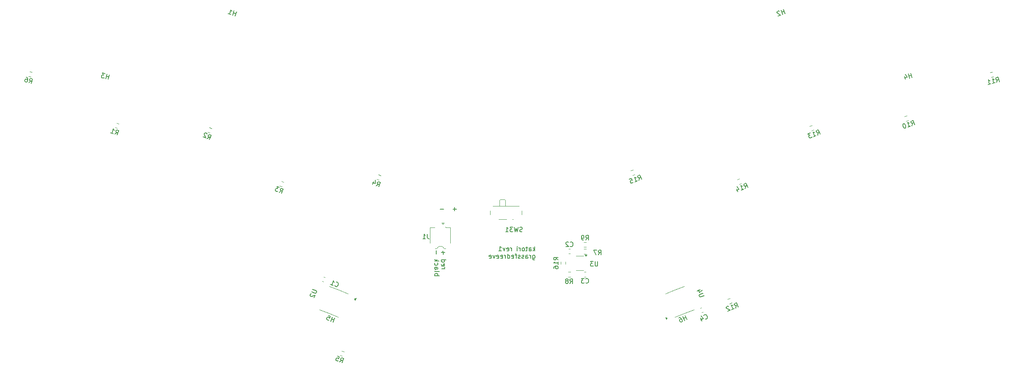
<source format=gbr>
%TF.GenerationSoftware,KiCad,Pcbnew,8.0.6-1.fc41*%
%TF.CreationDate,2024-11-30T15:40:15+11:00*%
%TF.ProjectId,katori,6b61746f-7269-42e6-9b69-6361645f7063,0.1*%
%TF.SameCoordinates,Original*%
%TF.FileFunction,Legend,Bot*%
%TF.FilePolarity,Positive*%
%FSLAX46Y46*%
G04 Gerber Fmt 4.6, Leading zero omitted, Abs format (unit mm)*
G04 Created by KiCad (PCBNEW 8.0.6-1.fc41) date 2024-11-30 15:40:15*
%MOMM*%
%LPD*%
G01*
G04 APERTURE LIST*
%ADD10C,0.150000*%
%ADD11C,0.120000*%
G04 APERTURE END LIST*
D10*
X145203570Y-119584288D02*
X145870135Y-119572653D01*
X145679688Y-119575977D02*
X145774080Y-119526703D01*
X145774080Y-119526703D02*
X145820861Y-119478260D01*
X145820861Y-119478260D02*
X145866811Y-119382205D01*
X145866811Y-119382205D02*
X145865149Y-119286982D01*
X145233729Y-118583608D02*
X145187780Y-118679663D01*
X145187780Y-118679663D02*
X145191104Y-118870110D01*
X145191104Y-118870110D02*
X145240378Y-118964503D01*
X145240378Y-118964503D02*
X145336433Y-119010452D01*
X145336433Y-119010452D02*
X145717327Y-119003804D01*
X145717327Y-119003804D02*
X145811719Y-118954530D01*
X145811719Y-118954530D02*
X145857669Y-118858475D01*
X145857669Y-118858475D02*
X145854345Y-118668028D01*
X145854345Y-118668028D02*
X145805071Y-118573636D01*
X145805071Y-118573636D02*
X145709016Y-118527686D01*
X145709016Y-118527686D02*
X145613793Y-118529348D01*
X145613793Y-118529348D02*
X145526880Y-119007128D01*
X145170327Y-117679815D02*
X146170175Y-117662363D01*
X145217939Y-117678984D02*
X145171989Y-117775039D01*
X145171989Y-117775039D02*
X145175314Y-117965486D01*
X145175314Y-117965486D02*
X145224588Y-118059879D01*
X145224588Y-118059879D02*
X145273031Y-118106659D01*
X145273031Y-118106659D02*
X145369085Y-118152609D01*
X145369085Y-118152609D02*
X145654756Y-118147623D01*
X145654756Y-118147623D02*
X145749148Y-118098349D01*
X145749148Y-118098349D02*
X145795929Y-118049906D01*
X145795929Y-118049906D02*
X145841879Y-117953851D01*
X145841879Y-117953851D02*
X145838555Y-117763404D01*
X145838555Y-117763404D02*
X145789281Y-117669011D01*
X145529614Y-116435260D02*
X145516317Y-115673471D01*
X145142071Y-116061014D02*
X145903860Y-116047717D01*
X165411508Y-115730165D02*
X165411508Y-114730165D01*
X165316270Y-115349212D02*
X165030556Y-115730165D01*
X165030556Y-115063498D02*
X165411508Y-115444450D01*
X164173413Y-115730165D02*
X164173413Y-115206355D01*
X164173413Y-115206355D02*
X164221032Y-115111117D01*
X164221032Y-115111117D02*
X164316270Y-115063498D01*
X164316270Y-115063498D02*
X164506746Y-115063498D01*
X164506746Y-115063498D02*
X164601984Y-115111117D01*
X164173413Y-115682546D02*
X164268651Y-115730165D01*
X164268651Y-115730165D02*
X164506746Y-115730165D01*
X164506746Y-115730165D02*
X164601984Y-115682546D01*
X164601984Y-115682546D02*
X164649603Y-115587307D01*
X164649603Y-115587307D02*
X164649603Y-115492069D01*
X164649603Y-115492069D02*
X164601984Y-115396831D01*
X164601984Y-115396831D02*
X164506746Y-115349212D01*
X164506746Y-115349212D02*
X164268651Y-115349212D01*
X164268651Y-115349212D02*
X164173413Y-115301593D01*
X163840079Y-115063498D02*
X163459127Y-115063498D01*
X163697222Y-114730165D02*
X163697222Y-115587307D01*
X163697222Y-115587307D02*
X163649603Y-115682546D01*
X163649603Y-115682546D02*
X163554365Y-115730165D01*
X163554365Y-115730165D02*
X163459127Y-115730165D01*
X162982936Y-115730165D02*
X163078174Y-115682546D01*
X163078174Y-115682546D02*
X163125793Y-115634926D01*
X163125793Y-115634926D02*
X163173412Y-115539688D01*
X163173412Y-115539688D02*
X163173412Y-115253974D01*
X163173412Y-115253974D02*
X163125793Y-115158736D01*
X163125793Y-115158736D02*
X163078174Y-115111117D01*
X163078174Y-115111117D02*
X162982936Y-115063498D01*
X162982936Y-115063498D02*
X162840079Y-115063498D01*
X162840079Y-115063498D02*
X162744841Y-115111117D01*
X162744841Y-115111117D02*
X162697222Y-115158736D01*
X162697222Y-115158736D02*
X162649603Y-115253974D01*
X162649603Y-115253974D02*
X162649603Y-115539688D01*
X162649603Y-115539688D02*
X162697222Y-115634926D01*
X162697222Y-115634926D02*
X162744841Y-115682546D01*
X162744841Y-115682546D02*
X162840079Y-115730165D01*
X162840079Y-115730165D02*
X162982936Y-115730165D01*
X162221031Y-115730165D02*
X162221031Y-115063498D01*
X162221031Y-115253974D02*
X162173412Y-115158736D01*
X162173412Y-115158736D02*
X162125793Y-115111117D01*
X162125793Y-115111117D02*
X162030555Y-115063498D01*
X162030555Y-115063498D02*
X161935317Y-115063498D01*
X161601983Y-115730165D02*
X161601983Y-115063498D01*
X161601983Y-114730165D02*
X161649602Y-114777784D01*
X161649602Y-114777784D02*
X161601983Y-114825403D01*
X161601983Y-114825403D02*
X161554364Y-114777784D01*
X161554364Y-114777784D02*
X161601983Y-114730165D01*
X161601983Y-114730165D02*
X161601983Y-114825403D01*
X160363888Y-115730165D02*
X160363888Y-115063498D01*
X160363888Y-115253974D02*
X160316269Y-115158736D01*
X160316269Y-115158736D02*
X160268650Y-115111117D01*
X160268650Y-115111117D02*
X160173412Y-115063498D01*
X160173412Y-115063498D02*
X160078174Y-115063498D01*
X159363888Y-115682546D02*
X159459126Y-115730165D01*
X159459126Y-115730165D02*
X159649602Y-115730165D01*
X159649602Y-115730165D02*
X159744840Y-115682546D01*
X159744840Y-115682546D02*
X159792459Y-115587307D01*
X159792459Y-115587307D02*
X159792459Y-115206355D01*
X159792459Y-115206355D02*
X159744840Y-115111117D01*
X159744840Y-115111117D02*
X159649602Y-115063498D01*
X159649602Y-115063498D02*
X159459126Y-115063498D01*
X159459126Y-115063498D02*
X159363888Y-115111117D01*
X159363888Y-115111117D02*
X159316269Y-115206355D01*
X159316269Y-115206355D02*
X159316269Y-115301593D01*
X159316269Y-115301593D02*
X159792459Y-115396831D01*
X158982935Y-115063498D02*
X158744840Y-115730165D01*
X158744840Y-115730165D02*
X158506745Y-115063498D01*
X157601983Y-115730165D02*
X158173411Y-115730165D01*
X157887697Y-115730165D02*
X157887697Y-114730165D01*
X157887697Y-114730165D02*
X157982935Y-114873022D01*
X157982935Y-114873022D02*
X158078173Y-114968260D01*
X158078173Y-114968260D02*
X158173411Y-115015879D01*
X164982937Y-116673442D02*
X164982937Y-117482966D01*
X164982937Y-117482966D02*
X165030556Y-117578204D01*
X165030556Y-117578204D02*
X165078175Y-117625823D01*
X165078175Y-117625823D02*
X165173413Y-117673442D01*
X165173413Y-117673442D02*
X165316270Y-117673442D01*
X165316270Y-117673442D02*
X165411508Y-117625823D01*
X164982937Y-117292490D02*
X165078175Y-117340109D01*
X165078175Y-117340109D02*
X165268651Y-117340109D01*
X165268651Y-117340109D02*
X165363889Y-117292490D01*
X165363889Y-117292490D02*
X165411508Y-117244870D01*
X165411508Y-117244870D02*
X165459127Y-117149632D01*
X165459127Y-117149632D02*
X165459127Y-116863918D01*
X165459127Y-116863918D02*
X165411508Y-116768680D01*
X165411508Y-116768680D02*
X165363889Y-116721061D01*
X165363889Y-116721061D02*
X165268651Y-116673442D01*
X165268651Y-116673442D02*
X165078175Y-116673442D01*
X165078175Y-116673442D02*
X164982937Y-116721061D01*
X164506746Y-117340109D02*
X164506746Y-116673442D01*
X164506746Y-116863918D02*
X164459127Y-116768680D01*
X164459127Y-116768680D02*
X164411508Y-116721061D01*
X164411508Y-116721061D02*
X164316270Y-116673442D01*
X164316270Y-116673442D02*
X164221032Y-116673442D01*
X163459127Y-117340109D02*
X163459127Y-116816299D01*
X163459127Y-116816299D02*
X163506746Y-116721061D01*
X163506746Y-116721061D02*
X163601984Y-116673442D01*
X163601984Y-116673442D02*
X163792460Y-116673442D01*
X163792460Y-116673442D02*
X163887698Y-116721061D01*
X163459127Y-117292490D02*
X163554365Y-117340109D01*
X163554365Y-117340109D02*
X163792460Y-117340109D01*
X163792460Y-117340109D02*
X163887698Y-117292490D01*
X163887698Y-117292490D02*
X163935317Y-117197251D01*
X163935317Y-117197251D02*
X163935317Y-117102013D01*
X163935317Y-117102013D02*
X163887698Y-117006775D01*
X163887698Y-117006775D02*
X163792460Y-116959156D01*
X163792460Y-116959156D02*
X163554365Y-116959156D01*
X163554365Y-116959156D02*
X163459127Y-116911537D01*
X163030555Y-117292490D02*
X162935317Y-117340109D01*
X162935317Y-117340109D02*
X162744841Y-117340109D01*
X162744841Y-117340109D02*
X162649603Y-117292490D01*
X162649603Y-117292490D02*
X162601984Y-117197251D01*
X162601984Y-117197251D02*
X162601984Y-117149632D01*
X162601984Y-117149632D02*
X162649603Y-117054394D01*
X162649603Y-117054394D02*
X162744841Y-117006775D01*
X162744841Y-117006775D02*
X162887698Y-117006775D01*
X162887698Y-117006775D02*
X162982936Y-116959156D01*
X162982936Y-116959156D02*
X163030555Y-116863918D01*
X163030555Y-116863918D02*
X163030555Y-116816299D01*
X163030555Y-116816299D02*
X162982936Y-116721061D01*
X162982936Y-116721061D02*
X162887698Y-116673442D01*
X162887698Y-116673442D02*
X162744841Y-116673442D01*
X162744841Y-116673442D02*
X162649603Y-116721061D01*
X162221031Y-117292490D02*
X162125793Y-117340109D01*
X162125793Y-117340109D02*
X161935317Y-117340109D01*
X161935317Y-117340109D02*
X161840079Y-117292490D01*
X161840079Y-117292490D02*
X161792460Y-117197251D01*
X161792460Y-117197251D02*
X161792460Y-117149632D01*
X161792460Y-117149632D02*
X161840079Y-117054394D01*
X161840079Y-117054394D02*
X161935317Y-117006775D01*
X161935317Y-117006775D02*
X162078174Y-117006775D01*
X162078174Y-117006775D02*
X162173412Y-116959156D01*
X162173412Y-116959156D02*
X162221031Y-116863918D01*
X162221031Y-116863918D02*
X162221031Y-116816299D01*
X162221031Y-116816299D02*
X162173412Y-116721061D01*
X162173412Y-116721061D02*
X162078174Y-116673442D01*
X162078174Y-116673442D02*
X161935317Y-116673442D01*
X161935317Y-116673442D02*
X161840079Y-116721061D01*
X161506745Y-116673442D02*
X161125793Y-116673442D01*
X161363888Y-117340109D02*
X161363888Y-116482966D01*
X161363888Y-116482966D02*
X161316269Y-116387728D01*
X161316269Y-116387728D02*
X161221031Y-116340109D01*
X161221031Y-116340109D02*
X161125793Y-116340109D01*
X160411507Y-117292490D02*
X160506745Y-117340109D01*
X160506745Y-117340109D02*
X160697221Y-117340109D01*
X160697221Y-117340109D02*
X160792459Y-117292490D01*
X160792459Y-117292490D02*
X160840078Y-117197251D01*
X160840078Y-117197251D02*
X160840078Y-116816299D01*
X160840078Y-116816299D02*
X160792459Y-116721061D01*
X160792459Y-116721061D02*
X160697221Y-116673442D01*
X160697221Y-116673442D02*
X160506745Y-116673442D01*
X160506745Y-116673442D02*
X160411507Y-116721061D01*
X160411507Y-116721061D02*
X160363888Y-116816299D01*
X160363888Y-116816299D02*
X160363888Y-116911537D01*
X160363888Y-116911537D02*
X160840078Y-117006775D01*
X159506745Y-117340109D02*
X159506745Y-116340109D01*
X159506745Y-117292490D02*
X159601983Y-117340109D01*
X159601983Y-117340109D02*
X159792459Y-117340109D01*
X159792459Y-117340109D02*
X159887697Y-117292490D01*
X159887697Y-117292490D02*
X159935316Y-117244870D01*
X159935316Y-117244870D02*
X159982935Y-117149632D01*
X159982935Y-117149632D02*
X159982935Y-116863918D01*
X159982935Y-116863918D02*
X159935316Y-116768680D01*
X159935316Y-116768680D02*
X159887697Y-116721061D01*
X159887697Y-116721061D02*
X159792459Y-116673442D01*
X159792459Y-116673442D02*
X159601983Y-116673442D01*
X159601983Y-116673442D02*
X159506745Y-116721061D01*
X159030554Y-117340109D02*
X159030554Y-116673442D01*
X159030554Y-116863918D02*
X158982935Y-116768680D01*
X158982935Y-116768680D02*
X158935316Y-116721061D01*
X158935316Y-116721061D02*
X158840078Y-116673442D01*
X158840078Y-116673442D02*
X158744840Y-116673442D01*
X158030554Y-117292490D02*
X158125792Y-117340109D01*
X158125792Y-117340109D02*
X158316268Y-117340109D01*
X158316268Y-117340109D02*
X158411506Y-117292490D01*
X158411506Y-117292490D02*
X158459125Y-117197251D01*
X158459125Y-117197251D02*
X158459125Y-116816299D01*
X158459125Y-116816299D02*
X158411506Y-116721061D01*
X158411506Y-116721061D02*
X158316268Y-116673442D01*
X158316268Y-116673442D02*
X158125792Y-116673442D01*
X158125792Y-116673442D02*
X158030554Y-116721061D01*
X158030554Y-116721061D02*
X157982935Y-116816299D01*
X157982935Y-116816299D02*
X157982935Y-116911537D01*
X157982935Y-116911537D02*
X158459125Y-117006775D01*
X157173411Y-117292490D02*
X157268649Y-117340109D01*
X157268649Y-117340109D02*
X157459125Y-117340109D01*
X157459125Y-117340109D02*
X157554363Y-117292490D01*
X157554363Y-117292490D02*
X157601982Y-117197251D01*
X157601982Y-117197251D02*
X157601982Y-116816299D01*
X157601982Y-116816299D02*
X157554363Y-116721061D01*
X157554363Y-116721061D02*
X157459125Y-116673442D01*
X157459125Y-116673442D02*
X157268649Y-116673442D01*
X157268649Y-116673442D02*
X157173411Y-116721061D01*
X157173411Y-116721061D02*
X157125792Y-116816299D01*
X157125792Y-116816299D02*
X157125792Y-116911537D01*
X157125792Y-116911537D02*
X157601982Y-117006775D01*
X156792458Y-116673442D02*
X156554363Y-117340109D01*
X156554363Y-117340109D02*
X156316268Y-116673442D01*
X155554363Y-117292490D02*
X155649601Y-117340109D01*
X155649601Y-117340109D02*
X155840077Y-117340109D01*
X155840077Y-117340109D02*
X155935315Y-117292490D01*
X155935315Y-117292490D02*
X155982934Y-117197251D01*
X155982934Y-117197251D02*
X155982934Y-116816299D01*
X155982934Y-116816299D02*
X155935315Y-116721061D01*
X155935315Y-116721061D02*
X155840077Y-116673442D01*
X155840077Y-116673442D02*
X155649601Y-116673442D01*
X155649601Y-116673442D02*
X155554363Y-116721061D01*
X155554363Y-116721061D02*
X155506744Y-116816299D01*
X155506744Y-116816299D02*
X155506744Y-116911537D01*
X155506744Y-116911537D02*
X155982934Y-117006775D01*
X143729976Y-121110241D02*
X144729824Y-121092788D01*
X144348929Y-121099437D02*
X144394879Y-121003382D01*
X144394879Y-121003382D02*
X144391555Y-120812935D01*
X144391555Y-120812935D02*
X144342281Y-120718542D01*
X144342281Y-120718542D02*
X144293838Y-120671762D01*
X144293838Y-120671762D02*
X144197783Y-120625812D01*
X144197783Y-120625812D02*
X143912113Y-120630798D01*
X143912113Y-120630798D02*
X143817720Y-120680072D01*
X143817720Y-120680072D02*
X143770939Y-120728515D01*
X143770939Y-120728515D02*
X143724990Y-120824570D01*
X143724990Y-120824570D02*
X143728314Y-121015017D01*
X143728314Y-121015017D02*
X143777588Y-121109410D01*
X143711693Y-120062781D02*
X143760966Y-120157174D01*
X143760966Y-120157174D02*
X143857021Y-120203123D01*
X143857021Y-120203123D02*
X144714033Y-120188164D01*
X143697564Y-119253380D02*
X144221294Y-119244238D01*
X144221294Y-119244238D02*
X144317349Y-119290188D01*
X144317349Y-119290188D02*
X144366623Y-119384580D01*
X144366623Y-119384580D02*
X144369947Y-119575028D01*
X144369947Y-119575028D02*
X144323997Y-119671082D01*
X143745176Y-119252549D02*
X143699227Y-119348604D01*
X143699227Y-119348604D02*
X143703382Y-119586663D01*
X143703382Y-119586663D02*
X143752656Y-119681055D01*
X143752656Y-119681055D02*
X143848710Y-119727005D01*
X143848710Y-119727005D02*
X143943934Y-119725343D01*
X143943934Y-119725343D02*
X144038327Y-119676069D01*
X144038327Y-119676069D02*
X144084276Y-119580014D01*
X144084276Y-119580014D02*
X144080121Y-119341955D01*
X144080121Y-119341955D02*
X144126071Y-119245900D01*
X143729386Y-118347925D02*
X143683436Y-118443979D01*
X143683436Y-118443979D02*
X143686761Y-118634427D01*
X143686761Y-118634427D02*
X143736034Y-118728819D01*
X143736034Y-118728819D02*
X143784477Y-118775600D01*
X143784477Y-118775600D02*
X143880532Y-118821549D01*
X143880532Y-118821549D02*
X144166203Y-118816563D01*
X144166203Y-118816563D02*
X144260595Y-118767289D01*
X144260595Y-118767289D02*
X144307376Y-118718846D01*
X144307376Y-118718846D02*
X144353326Y-118622792D01*
X144353326Y-118622792D02*
X144350001Y-118432344D01*
X144350001Y-118432344D02*
X144300727Y-118337952D01*
X143674295Y-117920250D02*
X144674142Y-117902797D01*
X144053527Y-117818377D02*
X143667646Y-117539355D01*
X144334211Y-117527720D02*
X143959965Y-117915263D01*
X144027764Y-116342411D02*
X144014467Y-115580623D01*
X148407506Y-106614155D02*
X147645602Y-106614155D01*
X148026554Y-106995108D02*
X148026554Y-106233203D01*
X145645601Y-106614155D02*
X144883697Y-106614155D01*
X198388878Y-130642088D02*
X198014271Y-129714904D01*
X198192655Y-130156420D02*
X197662836Y-130370481D01*
X197859058Y-130856149D02*
X197484452Y-129928965D01*
X196645571Y-130267895D02*
X196822177Y-130196541D01*
X196822177Y-130196541D02*
X196928319Y-130205016D01*
X196928319Y-130205016D02*
X196990309Y-130231329D01*
X196990309Y-130231329D02*
X197132128Y-130328107D01*
X197132128Y-130328107D02*
X197247633Y-130486875D01*
X197247633Y-130486875D02*
X197390340Y-130840088D01*
X197390340Y-130840088D02*
X197381865Y-130946230D01*
X197381865Y-130946230D02*
X197355552Y-131008220D01*
X197355552Y-131008220D02*
X197285087Y-131088048D01*
X197285087Y-131088048D02*
X197108481Y-131159402D01*
X197108481Y-131159402D02*
X197002339Y-131150927D01*
X197002339Y-131150927D02*
X196940349Y-131124614D01*
X196940349Y-131124614D02*
X196860521Y-131054149D01*
X196860521Y-131054149D02*
X196771329Y-130833391D01*
X196771329Y-130833391D02*
X196779803Y-130727249D01*
X196779803Y-130727249D02*
X196806117Y-130665259D01*
X196806117Y-130665259D02*
X196876581Y-130585431D01*
X196876581Y-130585431D02*
X197053188Y-130514077D01*
X197053188Y-130514077D02*
X197159330Y-130522552D01*
X197159330Y-130522552D02*
X197221320Y-130548865D01*
X197221320Y-130548865D02*
X197301148Y-130619330D01*
X117241282Y-124063568D02*
X117991859Y-124366821D01*
X117991859Y-124366821D02*
X118062324Y-124446650D01*
X118062324Y-124446650D02*
X118088637Y-124508640D01*
X118088637Y-124508640D02*
X118097112Y-124614781D01*
X118097112Y-124614781D02*
X118025759Y-124791388D01*
X118025759Y-124791388D02*
X117945930Y-124861853D01*
X117945930Y-124861853D02*
X117883940Y-124888166D01*
X117883940Y-124888166D02*
X117777799Y-124896641D01*
X117777799Y-124896641D02*
X117027221Y-124593388D01*
X116954979Y-125026429D02*
X116892989Y-125052742D01*
X116892989Y-125052742D02*
X116813160Y-125123207D01*
X116813160Y-125123207D02*
X116723968Y-125343965D01*
X116723968Y-125343965D02*
X116732443Y-125450107D01*
X116732443Y-125450107D02*
X116758756Y-125512097D01*
X116758756Y-125512097D02*
X116829221Y-125591925D01*
X116829221Y-125591925D02*
X116917524Y-125627602D01*
X116917524Y-125627602D02*
X117067818Y-125636966D01*
X117067818Y-125636966D02*
X117811698Y-125321207D01*
X117811698Y-125321207D02*
X117579798Y-125895178D01*
X226725880Y-90520301D02*
X226856557Y-89953916D01*
X227255699Y-90306240D02*
X226881092Y-89379056D01*
X226881092Y-89379056D02*
X226527879Y-89521763D01*
X226527879Y-89521763D02*
X226457415Y-89601592D01*
X226457415Y-89601592D02*
X226431101Y-89663582D01*
X226431101Y-89663582D02*
X226422627Y-89769723D01*
X226422627Y-89769723D02*
X226476142Y-89902178D01*
X226476142Y-89902178D02*
X226555970Y-89972643D01*
X226555970Y-89972643D02*
X226617960Y-89998956D01*
X226617960Y-89998956D02*
X226724102Y-90007431D01*
X226724102Y-90007431D02*
X227077315Y-89864724D01*
X225842847Y-90877069D02*
X226372667Y-90663008D01*
X226107757Y-90770039D02*
X225733150Y-89842855D01*
X225733150Y-89842855D02*
X225874969Y-89939633D01*
X225874969Y-89939633D02*
X225998949Y-89992259D01*
X225998949Y-89992259D02*
X226105090Y-90000734D01*
X225159179Y-90074754D02*
X224585208Y-90306653D01*
X224585208Y-90306653D02*
X225036977Y-90534997D01*
X225036977Y-90534997D02*
X224904522Y-90588513D01*
X224904522Y-90588513D02*
X224834057Y-90668341D01*
X224834057Y-90668341D02*
X224807744Y-90730331D01*
X224807744Y-90730331D02*
X224799269Y-90836473D01*
X224799269Y-90836473D02*
X224888461Y-91057231D01*
X224888461Y-91057231D02*
X224968290Y-91127696D01*
X224968290Y-91127696D02*
X225030280Y-91154009D01*
X225030280Y-91154009D02*
X225136421Y-91162484D01*
X225136421Y-91162484D02*
X225401331Y-91055453D01*
X225401331Y-91055453D02*
X225471796Y-90975625D01*
X225471796Y-90975625D02*
X225498109Y-90913635D01*
X122052954Y-123265721D02*
X122079268Y-123327711D01*
X122079268Y-123327711D02*
X122193884Y-123425378D01*
X122193884Y-123425378D02*
X122282187Y-123461055D01*
X122282187Y-123461055D02*
X122432480Y-123470419D01*
X122432480Y-123470419D02*
X122556460Y-123417792D01*
X122556460Y-123417792D02*
X122636289Y-123347327D01*
X122636289Y-123347327D02*
X122751794Y-123188559D01*
X122751794Y-123188559D02*
X122805309Y-123056105D01*
X122805309Y-123056105D02*
X122832511Y-122861660D01*
X122832511Y-122861660D02*
X122824037Y-122755518D01*
X122824037Y-122755518D02*
X122771410Y-122631538D01*
X122771410Y-122631538D02*
X122656794Y-122533871D01*
X122656794Y-122533871D02*
X122568491Y-122498194D01*
X122568491Y-122498194D02*
X122418197Y-122488831D01*
X122418197Y-122488831D02*
X122356207Y-122515144D01*
X121134245Y-122997256D02*
X121664065Y-123211317D01*
X121399155Y-123104287D02*
X121773762Y-122177103D01*
X121773762Y-122177103D02*
X121808550Y-122345235D01*
X121808550Y-122345235D02*
X121861176Y-122469215D01*
X121861176Y-122469215D02*
X121931641Y-122549043D01*
X219655531Y-64129799D02*
X219329963Y-63184281D01*
X219484996Y-63634528D02*
X218944699Y-63820567D01*
X219115235Y-64315838D02*
X218789667Y-63370320D01*
X218415451Y-63599898D02*
X218354923Y-63570377D01*
X218354923Y-63570377D02*
X218249370Y-63556359D01*
X218249370Y-63556359D02*
X218024247Y-63633875D01*
X218024247Y-63633875D02*
X217949701Y-63709906D01*
X217949701Y-63709906D02*
X217920179Y-63770434D01*
X217920179Y-63770434D02*
X217906161Y-63875987D01*
X217906161Y-63875987D02*
X217937168Y-63966036D01*
X217937168Y-63966036D02*
X218028702Y-64085607D01*
X218028702Y-64085607D02*
X218755037Y-64439864D01*
X218755037Y-64439864D02*
X218169716Y-64641407D01*
X173043210Y-122775898D02*
X173376543Y-122299707D01*
X173614638Y-122775898D02*
X173614638Y-121775898D01*
X173614638Y-121775898D02*
X173233686Y-121775898D01*
X173233686Y-121775898D02*
X173138448Y-121823517D01*
X173138448Y-121823517D02*
X173090829Y-121871136D01*
X173090829Y-121871136D02*
X173043210Y-121966374D01*
X173043210Y-121966374D02*
X173043210Y-122109231D01*
X173043210Y-122109231D02*
X173090829Y-122204469D01*
X173090829Y-122204469D02*
X173138448Y-122252088D01*
X173138448Y-122252088D02*
X173233686Y-122299707D01*
X173233686Y-122299707D02*
X173614638Y-122299707D01*
X172471781Y-122204469D02*
X172567019Y-122156850D01*
X172567019Y-122156850D02*
X172614638Y-122109231D01*
X172614638Y-122109231D02*
X172662257Y-122013993D01*
X172662257Y-122013993D02*
X172662257Y-121966374D01*
X172662257Y-121966374D02*
X172614638Y-121871136D01*
X172614638Y-121871136D02*
X172567019Y-121823517D01*
X172567019Y-121823517D02*
X172471781Y-121775898D01*
X172471781Y-121775898D02*
X172281305Y-121775898D01*
X172281305Y-121775898D02*
X172186067Y-121823517D01*
X172186067Y-121823517D02*
X172138448Y-121871136D01*
X172138448Y-121871136D02*
X172090829Y-121966374D01*
X172090829Y-121966374D02*
X172090829Y-122013993D01*
X172090829Y-122013993D02*
X172138448Y-122109231D01*
X172138448Y-122109231D02*
X172186067Y-122156850D01*
X172186067Y-122156850D02*
X172281305Y-122204469D01*
X172281305Y-122204469D02*
X172471781Y-122204469D01*
X172471781Y-122204469D02*
X172567019Y-122252088D01*
X172567019Y-122252088D02*
X172614638Y-122299707D01*
X172614638Y-122299707D02*
X172662257Y-122394945D01*
X172662257Y-122394945D02*
X172662257Y-122585421D01*
X172662257Y-122585421D02*
X172614638Y-122680659D01*
X172614638Y-122680659D02*
X172567019Y-122728279D01*
X172567019Y-122728279D02*
X172471781Y-122775898D01*
X172471781Y-122775898D02*
X172281305Y-122775898D01*
X172281305Y-122775898D02*
X172186067Y-122728279D01*
X172186067Y-122728279D02*
X172138448Y-122680659D01*
X172138448Y-122680659D02*
X172090829Y-122585421D01*
X172090829Y-122585421D02*
X172090829Y-122394945D01*
X172090829Y-122394945D02*
X172138448Y-122299707D01*
X172138448Y-122299707D02*
X172186067Y-122252088D01*
X172186067Y-122252088D02*
X172281305Y-122204469D01*
X208975919Y-128106427D02*
X209106596Y-127540042D01*
X209505738Y-127892366D02*
X209131131Y-126965182D01*
X209131131Y-126965182D02*
X208777918Y-127107889D01*
X208777918Y-127107889D02*
X208707454Y-127187718D01*
X208707454Y-127187718D02*
X208681140Y-127249708D01*
X208681140Y-127249708D02*
X208672666Y-127355849D01*
X208672666Y-127355849D02*
X208726181Y-127488304D01*
X208726181Y-127488304D02*
X208806009Y-127558769D01*
X208806009Y-127558769D02*
X208867999Y-127585082D01*
X208867999Y-127585082D02*
X208974141Y-127593557D01*
X208974141Y-127593557D02*
X209327354Y-127450850D01*
X208092886Y-128463195D02*
X208622706Y-128249134D01*
X208357796Y-128356165D02*
X207983189Y-127428981D01*
X207983189Y-127428981D02*
X208125008Y-127525759D01*
X208125008Y-127525759D02*
X208248988Y-127578385D01*
X208248988Y-127578385D02*
X208355129Y-127586860D01*
X207400744Y-127767022D02*
X207338754Y-127740708D01*
X207338754Y-127740708D02*
X207232612Y-127732234D01*
X207232612Y-127732234D02*
X207011854Y-127821426D01*
X207011854Y-127821426D02*
X206941389Y-127901254D01*
X206941389Y-127901254D02*
X206915076Y-127963244D01*
X206915076Y-127963244D02*
X206906601Y-128069386D01*
X206906601Y-128069386D02*
X206942278Y-128157689D01*
X206942278Y-128157689D02*
X207039945Y-128272305D01*
X207039945Y-128272305D02*
X207783825Y-128588064D01*
X207783825Y-128588064D02*
X207209854Y-128819963D01*
X100435402Y-64625890D02*
X100760970Y-63680372D01*
X100605938Y-64130619D02*
X100065641Y-63944580D01*
X99895106Y-64439851D02*
X100220674Y-63494333D01*
X98949587Y-64114283D02*
X99489883Y-64300322D01*
X99219735Y-64207303D02*
X99545303Y-63261784D01*
X99545303Y-63261784D02*
X99588843Y-63427865D01*
X99588843Y-63427865D02*
X99647886Y-63548921D01*
X99647886Y-63548921D02*
X99722432Y-63624952D01*
X211049264Y-102138886D02*
X211179941Y-101572501D01*
X211579083Y-101924825D02*
X211204476Y-100997641D01*
X211204476Y-100997641D02*
X210851263Y-101140348D01*
X210851263Y-101140348D02*
X210780799Y-101220177D01*
X210780799Y-101220177D02*
X210754485Y-101282167D01*
X210754485Y-101282167D02*
X210746011Y-101388308D01*
X210746011Y-101388308D02*
X210799526Y-101520763D01*
X210799526Y-101520763D02*
X210879354Y-101591228D01*
X210879354Y-101591228D02*
X210941344Y-101617541D01*
X210941344Y-101617541D02*
X211047486Y-101626016D01*
X211047486Y-101626016D02*
X211400699Y-101483309D01*
X210166231Y-102495654D02*
X210696051Y-102281593D01*
X210431141Y-102388624D02*
X210056534Y-101461440D01*
X210056534Y-101461440D02*
X210198353Y-101558218D01*
X210198353Y-101558218D02*
X210322333Y-101610844D01*
X210322333Y-101610844D02*
X210428474Y-101619319D01*
X209121764Y-102198623D02*
X209371502Y-102816745D01*
X209199815Y-101756218D02*
X209688149Y-102329300D01*
X209688149Y-102329300D02*
X209114179Y-102561199D01*
X142134680Y-112041948D02*
X142134680Y-112756233D01*
X142134680Y-112756233D02*
X142182299Y-112899090D01*
X142182299Y-112899090D02*
X142277537Y-112994329D01*
X142277537Y-112994329D02*
X142420394Y-113041948D01*
X142420394Y-113041948D02*
X142515632Y-113041948D01*
X141134680Y-113041948D02*
X141706108Y-113041948D01*
X141420394Y-113041948D02*
X141420394Y-112041948D01*
X141420394Y-112041948D02*
X141515632Y-112184805D01*
X141515632Y-112184805D02*
X141610870Y-112280043D01*
X141610870Y-112280043D02*
X141706108Y-112327662D01*
X170493886Y-117678253D02*
X170017695Y-117344920D01*
X170493886Y-117106825D02*
X169493886Y-117106825D01*
X169493886Y-117106825D02*
X169493886Y-117487777D01*
X169493886Y-117487777D02*
X169541505Y-117583015D01*
X169541505Y-117583015D02*
X169589124Y-117630634D01*
X169589124Y-117630634D02*
X169684362Y-117678253D01*
X169684362Y-117678253D02*
X169827219Y-117678253D01*
X169827219Y-117678253D02*
X169922457Y-117630634D01*
X169922457Y-117630634D02*
X169970076Y-117583015D01*
X169970076Y-117583015D02*
X170017695Y-117487777D01*
X170017695Y-117487777D02*
X170017695Y-117106825D01*
X170493886Y-118630634D02*
X170493886Y-118059206D01*
X170493886Y-118344920D02*
X169493886Y-118344920D01*
X169493886Y-118344920D02*
X169636743Y-118249682D01*
X169636743Y-118249682D02*
X169731981Y-118154444D01*
X169731981Y-118154444D02*
X169779600Y-118059206D01*
X169493886Y-119487777D02*
X169493886Y-119297301D01*
X169493886Y-119297301D02*
X169541505Y-119202063D01*
X169541505Y-119202063D02*
X169589124Y-119154444D01*
X169589124Y-119154444D02*
X169731981Y-119059206D01*
X169731981Y-119059206D02*
X169922457Y-119011587D01*
X169922457Y-119011587D02*
X170303409Y-119011587D01*
X170303409Y-119011587D02*
X170398647Y-119059206D01*
X170398647Y-119059206D02*
X170446267Y-119106825D01*
X170446267Y-119106825D02*
X170493886Y-119202063D01*
X170493886Y-119202063D02*
X170493886Y-119392539D01*
X170493886Y-119392539D02*
X170446267Y-119487777D01*
X170446267Y-119487777D02*
X170398647Y-119535396D01*
X170398647Y-119535396D02*
X170303409Y-119583015D01*
X170303409Y-119583015D02*
X170065314Y-119583015D01*
X170065314Y-119583015D02*
X169970076Y-119535396D01*
X169970076Y-119535396D02*
X169922457Y-119487777D01*
X169922457Y-119487777D02*
X169874838Y-119392539D01*
X169874838Y-119392539D02*
X169874838Y-119202063D01*
X169874838Y-119202063D02*
X169922457Y-119106825D01*
X169922457Y-119106825D02*
X169970076Y-119059206D01*
X169970076Y-119059206D02*
X170065314Y-119011587D01*
X131027244Y-101535664D02*
X131514690Y-101219016D01*
X131557064Y-101749725D02*
X131931670Y-100822541D01*
X131931670Y-100822541D02*
X131578458Y-100679833D01*
X131578458Y-100679833D02*
X131472316Y-100688308D01*
X131472316Y-100688308D02*
X131410326Y-100714621D01*
X131410326Y-100714621D02*
X131330497Y-100785086D01*
X131330497Y-100785086D02*
X131276982Y-100917541D01*
X131276982Y-100917541D02*
X131285457Y-101023683D01*
X131285457Y-101023683D02*
X131311770Y-101085673D01*
X131311770Y-101085673D02*
X131382235Y-101165501D01*
X131382235Y-101165501D02*
X131735448Y-101308208D01*
X130482253Y-100596450D02*
X130232515Y-101214572D01*
X130845719Y-100332429D02*
X130798900Y-101083895D01*
X130798900Y-101083895D02*
X130224929Y-100851996D01*
X55711635Y-79158402D02*
X56150268Y-78776997D01*
X56266090Y-79296643D02*
X56508012Y-78326347D01*
X56508012Y-78326347D02*
X56138375Y-78234186D01*
X56138375Y-78234186D02*
X56034446Y-78257351D01*
X56034446Y-78257351D02*
X55976722Y-78292035D01*
X55976722Y-78292035D02*
X55907477Y-78372924D01*
X55907477Y-78372924D02*
X55872917Y-78511538D01*
X55872917Y-78511538D02*
X55896081Y-78615467D01*
X55896081Y-78615467D02*
X55930765Y-78673192D01*
X55930765Y-78673192D02*
X56011654Y-78742436D01*
X56011654Y-78742436D02*
X56381291Y-78834597D01*
X55121875Y-77980744D02*
X55306693Y-78026825D01*
X55306693Y-78026825D02*
X55387582Y-78096069D01*
X55387582Y-78096069D02*
X55422267Y-78153794D01*
X55422267Y-78153794D02*
X55480116Y-78315448D01*
X55480116Y-78315448D02*
X55480240Y-78511786D01*
X55480240Y-78511786D02*
X55388079Y-78881423D01*
X55388079Y-78881423D02*
X55318834Y-78962312D01*
X55318834Y-78962312D02*
X55261110Y-78996996D01*
X55261110Y-78996996D02*
X55157181Y-79020161D01*
X55157181Y-79020161D02*
X54972362Y-78974080D01*
X54972362Y-78974080D02*
X54891473Y-78904835D01*
X54891473Y-78904835D02*
X54856789Y-78847111D01*
X54856789Y-78847111D02*
X54833624Y-78743182D01*
X54833624Y-78743182D02*
X54891225Y-78512159D01*
X54891225Y-78512159D02*
X54960470Y-78431270D01*
X54960470Y-78431270D02*
X55018194Y-78396585D01*
X55018194Y-78396585D02*
X55122124Y-78373421D01*
X55122124Y-78373421D02*
X55306942Y-78419501D01*
X55306942Y-78419501D02*
X55387831Y-78488746D01*
X55387831Y-78488746D02*
X55422515Y-78546471D01*
X55422515Y-78546471D02*
X55445680Y-78650400D01*
X173068224Y-114680691D02*
X173115843Y-114728311D01*
X173115843Y-114728311D02*
X173258700Y-114775930D01*
X173258700Y-114775930D02*
X173353938Y-114775930D01*
X173353938Y-114775930D02*
X173496795Y-114728311D01*
X173496795Y-114728311D02*
X173592033Y-114633072D01*
X173592033Y-114633072D02*
X173639652Y-114537834D01*
X173639652Y-114537834D02*
X173687271Y-114347358D01*
X173687271Y-114347358D02*
X173687271Y-114204501D01*
X173687271Y-114204501D02*
X173639652Y-114014025D01*
X173639652Y-114014025D02*
X173592033Y-113918787D01*
X173592033Y-113918787D02*
X173496795Y-113823549D01*
X173496795Y-113823549D02*
X173353938Y-113775930D01*
X173353938Y-113775930D02*
X173258700Y-113775930D01*
X173258700Y-113775930D02*
X173115843Y-113823549D01*
X173115843Y-113823549D02*
X173068224Y-113871168D01*
X172687271Y-113871168D02*
X172639652Y-113823549D01*
X172639652Y-113823549D02*
X172544414Y-113775930D01*
X172544414Y-113775930D02*
X172306319Y-113775930D01*
X172306319Y-113775930D02*
X172211081Y-113823549D01*
X172211081Y-113823549D02*
X172163462Y-113871168D01*
X172163462Y-113871168D02*
X172115843Y-113966406D01*
X172115843Y-113966406D02*
X172115843Y-114061644D01*
X172115843Y-114061644D02*
X172163462Y-114204501D01*
X172163462Y-114204501D02*
X172734890Y-114775930D01*
X172734890Y-114775930D02*
X172115843Y-114775930D01*
X202104710Y-125422773D02*
X201354133Y-125726026D01*
X201354133Y-125726026D02*
X201247991Y-125717551D01*
X201247991Y-125717551D02*
X201186001Y-125691238D01*
X201186001Y-125691238D02*
X201106173Y-125620773D01*
X201106173Y-125620773D02*
X201034819Y-125444167D01*
X201034819Y-125444167D02*
X201043294Y-125338025D01*
X201043294Y-125338025D02*
X201069607Y-125276035D01*
X201069607Y-125276035D02*
X201140072Y-125196207D01*
X201140072Y-125196207D02*
X201890649Y-124892954D01*
X201242658Y-124178942D02*
X200624536Y-124428680D01*
X201685063Y-124256993D02*
X201111981Y-124745327D01*
X201111981Y-124745327D02*
X200880082Y-124171356D01*
X176455711Y-113345924D02*
X176789044Y-112869733D01*
X177027139Y-113345924D02*
X177027139Y-112345924D01*
X177027139Y-112345924D02*
X176646187Y-112345924D01*
X176646187Y-112345924D02*
X176550949Y-112393543D01*
X176550949Y-112393543D02*
X176503330Y-112441162D01*
X176503330Y-112441162D02*
X176455711Y-112536400D01*
X176455711Y-112536400D02*
X176455711Y-112679257D01*
X176455711Y-112679257D02*
X176503330Y-112774495D01*
X176503330Y-112774495D02*
X176550949Y-112822114D01*
X176550949Y-112822114D02*
X176646187Y-112869733D01*
X176646187Y-112869733D02*
X177027139Y-112869733D01*
X175979520Y-113345924D02*
X175789044Y-113345924D01*
X175789044Y-113345924D02*
X175693806Y-113298305D01*
X175693806Y-113298305D02*
X175646187Y-113250685D01*
X175646187Y-113250685D02*
X175550949Y-113107828D01*
X175550949Y-113107828D02*
X175503330Y-112917352D01*
X175503330Y-112917352D02*
X175503330Y-112536400D01*
X175503330Y-112536400D02*
X175550949Y-112441162D01*
X175550949Y-112441162D02*
X175598568Y-112393543D01*
X175598568Y-112393543D02*
X175693806Y-112345924D01*
X175693806Y-112345924D02*
X175884282Y-112345924D01*
X175884282Y-112345924D02*
X175979520Y-112393543D01*
X175979520Y-112393543D02*
X176027139Y-112441162D01*
X176027139Y-112441162D02*
X176074758Y-112536400D01*
X176074758Y-112536400D02*
X176074758Y-112774495D01*
X176074758Y-112774495D02*
X176027139Y-112869733D01*
X176027139Y-112869733D02*
X175979520Y-112917352D01*
X175979520Y-112917352D02*
X175884282Y-112964971D01*
X175884282Y-112964971D02*
X175693806Y-112964971D01*
X175693806Y-112964971D02*
X175598568Y-112917352D01*
X175598568Y-112917352D02*
X175550949Y-112869733D01*
X175550949Y-112869733D02*
X175503330Y-112774495D01*
X162712858Y-111498862D02*
X162570001Y-111546481D01*
X162570001Y-111546481D02*
X162331906Y-111546481D01*
X162331906Y-111546481D02*
X162236668Y-111498862D01*
X162236668Y-111498862D02*
X162189049Y-111451242D01*
X162189049Y-111451242D02*
X162141430Y-111356004D01*
X162141430Y-111356004D02*
X162141430Y-111260766D01*
X162141430Y-111260766D02*
X162189049Y-111165528D01*
X162189049Y-111165528D02*
X162236668Y-111117909D01*
X162236668Y-111117909D02*
X162331906Y-111070290D01*
X162331906Y-111070290D02*
X162522382Y-111022671D01*
X162522382Y-111022671D02*
X162617620Y-110975052D01*
X162617620Y-110975052D02*
X162665239Y-110927433D01*
X162665239Y-110927433D02*
X162712858Y-110832195D01*
X162712858Y-110832195D02*
X162712858Y-110736957D01*
X162712858Y-110736957D02*
X162665239Y-110641719D01*
X162665239Y-110641719D02*
X162617620Y-110594100D01*
X162617620Y-110594100D02*
X162522382Y-110546481D01*
X162522382Y-110546481D02*
X162284287Y-110546481D01*
X162284287Y-110546481D02*
X162141430Y-110594100D01*
X161808096Y-110546481D02*
X161570001Y-111546481D01*
X161570001Y-111546481D02*
X161379525Y-110832195D01*
X161379525Y-110832195D02*
X161189049Y-111546481D01*
X161189049Y-111546481D02*
X160950954Y-110546481D01*
X160665239Y-110546481D02*
X160046192Y-110546481D01*
X160046192Y-110546481D02*
X160379525Y-110927433D01*
X160379525Y-110927433D02*
X160236668Y-110927433D01*
X160236668Y-110927433D02*
X160141430Y-110975052D01*
X160141430Y-110975052D02*
X160093811Y-111022671D01*
X160093811Y-111022671D02*
X160046192Y-111117909D01*
X160046192Y-111117909D02*
X160046192Y-111356004D01*
X160046192Y-111356004D02*
X160093811Y-111451242D01*
X160093811Y-111451242D02*
X160141430Y-111498862D01*
X160141430Y-111498862D02*
X160236668Y-111546481D01*
X160236668Y-111546481D02*
X160522382Y-111546481D01*
X160522382Y-111546481D02*
X160617620Y-111498862D01*
X160617620Y-111498862D02*
X160665239Y-111451242D01*
X159093811Y-111546481D02*
X159665239Y-111546481D01*
X159379525Y-111546481D02*
X159379525Y-110546481D01*
X159379525Y-110546481D02*
X159474763Y-110689338D01*
X159474763Y-110689338D02*
X159570001Y-110784576D01*
X159570001Y-110784576D02*
X159665239Y-110832195D01*
X94360548Y-91288277D02*
X94847994Y-90971629D01*
X94890368Y-91502338D02*
X95264974Y-90575154D01*
X95264974Y-90575154D02*
X94911762Y-90432446D01*
X94911762Y-90432446D02*
X94805620Y-90440921D01*
X94805620Y-90440921D02*
X94743630Y-90467234D01*
X94743630Y-90467234D02*
X94663801Y-90537699D01*
X94663801Y-90537699D02*
X94610286Y-90670154D01*
X94610286Y-90670154D02*
X94618761Y-90776296D01*
X94618761Y-90776296D02*
X94645074Y-90838286D01*
X94645074Y-90838286D02*
X94715539Y-90918114D01*
X94715539Y-90918114D02*
X95068752Y-91060821D01*
X94346265Y-90306689D02*
X94319952Y-90244699D01*
X94319952Y-90244699D02*
X94249487Y-90164870D01*
X94249487Y-90164870D02*
X94028729Y-90075678D01*
X94028729Y-90075678D02*
X93922588Y-90084153D01*
X93922588Y-90084153D02*
X93860598Y-90110466D01*
X93860598Y-90110466D02*
X93780769Y-90180931D01*
X93780769Y-90180931D02*
X93745092Y-90269234D01*
X93745092Y-90269234D02*
X93735729Y-90419528D01*
X93735729Y-90419528D02*
X94051487Y-91163408D01*
X94051487Y-91163408D02*
X93477516Y-90931508D01*
X109982729Y-102973480D02*
X110470175Y-102656832D01*
X110512549Y-103187541D02*
X110887155Y-102260357D01*
X110887155Y-102260357D02*
X110533943Y-102117649D01*
X110533943Y-102117649D02*
X110427801Y-102126124D01*
X110427801Y-102126124D02*
X110365811Y-102152437D01*
X110365811Y-102152437D02*
X110285982Y-102222902D01*
X110285982Y-102222902D02*
X110232467Y-102355357D01*
X110232467Y-102355357D02*
X110240942Y-102461499D01*
X110240942Y-102461499D02*
X110267255Y-102523489D01*
X110267255Y-102523489D02*
X110337720Y-102603317D01*
X110337720Y-102603317D02*
X110690933Y-102746024D01*
X110048275Y-101921427D02*
X109474304Y-101689528D01*
X109474304Y-101689528D02*
X109640658Y-102167609D01*
X109640658Y-102167609D02*
X109508203Y-102114094D01*
X109508203Y-102114094D02*
X109402061Y-102122569D01*
X109402061Y-102122569D02*
X109340071Y-102148882D01*
X109340071Y-102148882D02*
X109260243Y-102219347D01*
X109260243Y-102219347D02*
X109171051Y-102440105D01*
X109171051Y-102440105D02*
X109179526Y-102546247D01*
X109179526Y-102546247D02*
X109205839Y-102608237D01*
X109205839Y-102608237D02*
X109276304Y-102688065D01*
X109276304Y-102688065D02*
X109541213Y-102795096D01*
X109541213Y-102795096D02*
X109647355Y-102786621D01*
X109647355Y-102786621D02*
X109709345Y-102760308D01*
X179050967Y-118025928D02*
X179050967Y-118835451D01*
X179050967Y-118835451D02*
X179003348Y-118930689D01*
X179003348Y-118930689D02*
X178955729Y-118978309D01*
X178955729Y-118978309D02*
X178860491Y-119025928D01*
X178860491Y-119025928D02*
X178670015Y-119025928D01*
X178670015Y-119025928D02*
X178574777Y-118978309D01*
X178574777Y-118978309D02*
X178527158Y-118930689D01*
X178527158Y-118930689D02*
X178479539Y-118835451D01*
X178479539Y-118835451D02*
X178479539Y-118025928D01*
X178098586Y-118025928D02*
X177479539Y-118025928D01*
X177479539Y-118025928D02*
X177812872Y-118406880D01*
X177812872Y-118406880D02*
X177670015Y-118406880D01*
X177670015Y-118406880D02*
X177574777Y-118454499D01*
X177574777Y-118454499D02*
X177527158Y-118502118D01*
X177527158Y-118502118D02*
X177479539Y-118597356D01*
X177479539Y-118597356D02*
X177479539Y-118835451D01*
X177479539Y-118835451D02*
X177527158Y-118930689D01*
X177527158Y-118930689D02*
X177574777Y-118978309D01*
X177574777Y-118978309D02*
X177670015Y-119025928D01*
X177670015Y-119025928D02*
X177955729Y-119025928D01*
X177955729Y-119025928D02*
X178050967Y-118978309D01*
X178050967Y-118978309D02*
X178098586Y-118930689D01*
X72946972Y-78400620D02*
X73188894Y-77430324D01*
X73073693Y-77892370D02*
X72519238Y-77754129D01*
X72392517Y-78262379D02*
X72634439Y-77292083D01*
X72264803Y-77199922D02*
X71664143Y-77050161D01*
X71664143Y-77050161D02*
X71895414Y-77500438D01*
X71895414Y-77500438D02*
X71756801Y-77465878D01*
X71756801Y-77465878D02*
X71652872Y-77489042D01*
X71652872Y-77489042D02*
X71595147Y-77523727D01*
X71595147Y-77523727D02*
X71525902Y-77604616D01*
X71525902Y-77604616D02*
X71468302Y-77835639D01*
X71468302Y-77835639D02*
X71491466Y-77939568D01*
X71491466Y-77939568D02*
X71526151Y-77997293D01*
X71526151Y-77997293D02*
X71607040Y-78066537D01*
X71607040Y-78066537D02*
X71884267Y-78135658D01*
X71884267Y-78135658D02*
X71988196Y-78112493D01*
X71988196Y-78112493D02*
X72045921Y-78077809D01*
X179205723Y-116525924D02*
X179539056Y-116049733D01*
X179777151Y-116525924D02*
X179777151Y-115525924D01*
X179777151Y-115525924D02*
X179396199Y-115525924D01*
X179396199Y-115525924D02*
X179300961Y-115573543D01*
X179300961Y-115573543D02*
X179253342Y-115621162D01*
X179253342Y-115621162D02*
X179205723Y-115716400D01*
X179205723Y-115716400D02*
X179205723Y-115859257D01*
X179205723Y-115859257D02*
X179253342Y-115954495D01*
X179253342Y-115954495D02*
X179300961Y-116002114D01*
X179300961Y-116002114D02*
X179396199Y-116049733D01*
X179396199Y-116049733D02*
X179777151Y-116049733D01*
X178872389Y-115525924D02*
X178205723Y-115525924D01*
X178205723Y-115525924D02*
X178634294Y-116525924D01*
X188009176Y-100346809D02*
X188139853Y-99780424D01*
X188538995Y-100132748D02*
X188164388Y-99205564D01*
X188164388Y-99205564D02*
X187811175Y-99348271D01*
X187811175Y-99348271D02*
X187740711Y-99428100D01*
X187740711Y-99428100D02*
X187714397Y-99490090D01*
X187714397Y-99490090D02*
X187705923Y-99596231D01*
X187705923Y-99596231D02*
X187759438Y-99728686D01*
X187759438Y-99728686D02*
X187839266Y-99799151D01*
X187839266Y-99799151D02*
X187901256Y-99825464D01*
X187901256Y-99825464D02*
X188007398Y-99833939D01*
X188007398Y-99833939D02*
X188360611Y-99691232D01*
X187126143Y-100703577D02*
X187655963Y-100489516D01*
X187391053Y-100596547D02*
X187016446Y-99669363D01*
X187016446Y-99669363D02*
X187158265Y-99766141D01*
X187158265Y-99766141D02*
X187282245Y-99818767D01*
X187282245Y-99818767D02*
X187388386Y-99827242D01*
X185912656Y-100115323D02*
X186354172Y-99936939D01*
X186354172Y-99936939D02*
X186576708Y-100360617D01*
X186576708Y-100360617D02*
X186514718Y-100334303D01*
X186514718Y-100334303D02*
X186408576Y-100325829D01*
X186408576Y-100325829D02*
X186187818Y-100415021D01*
X186187818Y-100415021D02*
X186117353Y-100494849D01*
X186117353Y-100494849D02*
X186091040Y-100556839D01*
X186091040Y-100556839D02*
X186082565Y-100662981D01*
X186082565Y-100662981D02*
X186171757Y-100883739D01*
X186171757Y-100883739D02*
X186251586Y-100954204D01*
X186251586Y-100954204D02*
X186313576Y-100980517D01*
X186313576Y-100980517D02*
X186419717Y-100988992D01*
X186419717Y-100988992D02*
X186640476Y-100899800D01*
X186640476Y-100899800D02*
X186710940Y-100819971D01*
X186710940Y-100819971D02*
X186737254Y-100757981D01*
X74367201Y-90316314D02*
X74837406Y-89974589D01*
X74907497Y-90502353D02*
X75233065Y-89556834D01*
X75233065Y-89556834D02*
X74872868Y-89432808D01*
X74872868Y-89432808D02*
X74767315Y-89446826D01*
X74767315Y-89446826D02*
X74706787Y-89476348D01*
X74706787Y-89476348D02*
X74630756Y-89550894D01*
X74630756Y-89550894D02*
X74584246Y-89685968D01*
X74584246Y-89685968D02*
X74598265Y-89791520D01*
X74598265Y-89791520D02*
X74627786Y-89852048D01*
X74627786Y-89852048D02*
X74702332Y-89928080D01*
X74702332Y-89928080D02*
X75062530Y-90052106D01*
X73466707Y-90006249D02*
X74007003Y-90192288D01*
X73736855Y-90099268D02*
X74062423Y-89153750D01*
X74062423Y-89153750D02*
X74105963Y-89319830D01*
X74105963Y-89319830D02*
X74165006Y-89440886D01*
X74165006Y-89440886D02*
X74239552Y-89516917D01*
X265543064Y-79066195D02*
X265751295Y-78523509D01*
X266097518Y-78927954D02*
X265855597Y-77957658D01*
X265855597Y-77957658D02*
X265485960Y-78049819D01*
X265485960Y-78049819D02*
X265405071Y-78119064D01*
X265405071Y-78119064D02*
X265370387Y-78176789D01*
X265370387Y-78176789D02*
X265347222Y-78280718D01*
X265347222Y-78280718D02*
X265381783Y-78419331D01*
X265381783Y-78419331D02*
X265451027Y-78500220D01*
X265451027Y-78500220D02*
X265508752Y-78534905D01*
X265508752Y-78534905D02*
X265612681Y-78558069D01*
X265612681Y-78558069D02*
X265982318Y-78465909D01*
X264618973Y-79296597D02*
X265173427Y-79158356D01*
X264896200Y-79227477D02*
X264654278Y-78257181D01*
X264654278Y-78257181D02*
X264781247Y-78372754D01*
X264781247Y-78372754D02*
X264896697Y-78442123D01*
X264896697Y-78442123D02*
X265000626Y-78465288D01*
X263694881Y-79526999D02*
X264249336Y-79388758D01*
X263972109Y-79457878D02*
X263730187Y-78487583D01*
X263730187Y-78487583D02*
X263857156Y-78603156D01*
X263857156Y-78603156D02*
X263972606Y-78672525D01*
X263972606Y-78672525D02*
X264076535Y-78695689D01*
X247203836Y-88481736D02*
X247363976Y-87922966D01*
X247744132Y-88295697D02*
X247418564Y-87350178D01*
X247418564Y-87350178D02*
X247058366Y-87474204D01*
X247058366Y-87474204D02*
X246983820Y-87550235D01*
X246983820Y-87550235D02*
X246954299Y-87610763D01*
X246954299Y-87610763D02*
X246940280Y-87716316D01*
X246940280Y-87716316D02*
X246986790Y-87851390D01*
X246986790Y-87851390D02*
X247062821Y-87925936D01*
X247062821Y-87925936D02*
X247123349Y-87955457D01*
X247123349Y-87955457D02*
X247228902Y-87969476D01*
X247228902Y-87969476D02*
X247589099Y-87845450D01*
X246303342Y-88791800D02*
X246843638Y-88605761D01*
X246573490Y-88698781D02*
X246247922Y-87753262D01*
X246247922Y-87753262D02*
X246384481Y-87857330D01*
X246384481Y-87857330D02*
X246505537Y-87916373D01*
X246505537Y-87916373D02*
X246611089Y-87930391D01*
X245392452Y-88047824D02*
X245302403Y-88078831D01*
X245302403Y-88078831D02*
X245227857Y-88154862D01*
X245227857Y-88154862D02*
X245198335Y-88215390D01*
X245198335Y-88215390D02*
X245184317Y-88320942D01*
X245184317Y-88320942D02*
X245201306Y-88516544D01*
X245201306Y-88516544D02*
X245278822Y-88741668D01*
X245278822Y-88741668D02*
X245385859Y-88906263D01*
X245385859Y-88906263D02*
X245461891Y-88980809D01*
X245461891Y-88980809D02*
X245522419Y-89010331D01*
X245522419Y-89010331D02*
X245627971Y-89024349D01*
X245627971Y-89024349D02*
X245718021Y-88993343D01*
X245718021Y-88993343D02*
X245792567Y-88917311D01*
X245792567Y-88917311D02*
X245822088Y-88856784D01*
X245822088Y-88856784D02*
X245836106Y-88751231D01*
X245836106Y-88751231D02*
X245819118Y-88555629D01*
X245819118Y-88555629D02*
X245741602Y-88330505D01*
X245741602Y-88330505D02*
X245634564Y-88165910D01*
X245634564Y-88165910D02*
X245558533Y-88091364D01*
X245558533Y-88091364D02*
X245498005Y-88061842D01*
X245498005Y-88061842D02*
X245392452Y-88047824D01*
X123069296Y-139817250D02*
X123556742Y-139500602D01*
X123599116Y-140031311D02*
X123973722Y-139104127D01*
X123973722Y-139104127D02*
X123620510Y-138961419D01*
X123620510Y-138961419D02*
X123514368Y-138969894D01*
X123514368Y-138969894D02*
X123452378Y-138996207D01*
X123452378Y-138996207D02*
X123372549Y-139066672D01*
X123372549Y-139066672D02*
X123319034Y-139199127D01*
X123319034Y-139199127D02*
X123327509Y-139305269D01*
X123327509Y-139305269D02*
X123353822Y-139367259D01*
X123353822Y-139367259D02*
X123424287Y-139447087D01*
X123424287Y-139447087D02*
X123777500Y-139589794D01*
X122605022Y-138551136D02*
X123046539Y-138729520D01*
X123046539Y-138729520D02*
X122912306Y-139188875D01*
X122912306Y-139188875D02*
X122885993Y-139126885D01*
X122885993Y-139126885D02*
X122815528Y-139047056D01*
X122815528Y-139047056D02*
X122594770Y-138957864D01*
X122594770Y-138957864D02*
X122488628Y-138966339D01*
X122488628Y-138966339D02*
X122426638Y-138992652D01*
X122426638Y-138992652D02*
X122346810Y-139063117D01*
X122346810Y-139063117D02*
X122257618Y-139283875D01*
X122257618Y-139283875D02*
X122266093Y-139390017D01*
X122266093Y-139390017D02*
X122292406Y-139452007D01*
X122292406Y-139452007D02*
X122362871Y-139531835D01*
X122362871Y-139531835D02*
X122583629Y-139621027D01*
X122583629Y-139621027D02*
X122689770Y-139612552D01*
X122689770Y-139612552D02*
X122751760Y-139586239D01*
X247181727Y-78031973D02*
X246939805Y-77061677D01*
X247055006Y-77523723D02*
X246500551Y-77661964D01*
X246627272Y-78170214D02*
X246385351Y-77199918D01*
X245588105Y-77742232D02*
X245749386Y-78389096D01*
X245726967Y-77314995D02*
X246130791Y-77950463D01*
X246130791Y-77950463D02*
X245530132Y-78100224D01*
X176455711Y-122610677D02*
X176503330Y-122658297D01*
X176503330Y-122658297D02*
X176646187Y-122705916D01*
X176646187Y-122705916D02*
X176741425Y-122705916D01*
X176741425Y-122705916D02*
X176884282Y-122658297D01*
X176884282Y-122658297D02*
X176979520Y-122563058D01*
X176979520Y-122563058D02*
X177027139Y-122467820D01*
X177027139Y-122467820D02*
X177074758Y-122277344D01*
X177074758Y-122277344D02*
X177074758Y-122134487D01*
X177074758Y-122134487D02*
X177027139Y-121944011D01*
X177027139Y-121944011D02*
X176979520Y-121848773D01*
X176979520Y-121848773D02*
X176884282Y-121753535D01*
X176884282Y-121753535D02*
X176741425Y-121705916D01*
X176741425Y-121705916D02*
X176646187Y-121705916D01*
X176646187Y-121705916D02*
X176503330Y-121753535D01*
X176503330Y-121753535D02*
X176455711Y-121801154D01*
X176122377Y-121705916D02*
X175503330Y-121705916D01*
X175503330Y-121705916D02*
X175836663Y-122086868D01*
X175836663Y-122086868D02*
X175693806Y-122086868D01*
X175693806Y-122086868D02*
X175598568Y-122134487D01*
X175598568Y-122134487D02*
X175550949Y-122182106D01*
X175550949Y-122182106D02*
X175503330Y-122277344D01*
X175503330Y-122277344D02*
X175503330Y-122515439D01*
X175503330Y-122515439D02*
X175550949Y-122610677D01*
X175550949Y-122610677D02*
X175598568Y-122658297D01*
X175598568Y-122658297D02*
X175693806Y-122705916D01*
X175693806Y-122705916D02*
X175979520Y-122705916D01*
X175979520Y-122705916D02*
X176074758Y-122658297D01*
X176074758Y-122658297D02*
X176122377Y-122610677D01*
X121674101Y-131212941D02*
X122048708Y-130285757D01*
X121870324Y-130727273D02*
X121340504Y-130513212D01*
X121144282Y-130998880D02*
X121518888Y-130071696D01*
X120635856Y-129714928D02*
X121077372Y-129893312D01*
X121077372Y-129893312D02*
X120943140Y-130352667D01*
X120943140Y-130352667D02*
X120916827Y-130290677D01*
X120916827Y-130290677D02*
X120846362Y-130210848D01*
X120846362Y-130210848D02*
X120625604Y-130121656D01*
X120625604Y-130121656D02*
X120519462Y-130130131D01*
X120519462Y-130130131D02*
X120457472Y-130156444D01*
X120457472Y-130156444D02*
X120377644Y-130226909D01*
X120377644Y-130226909D02*
X120288452Y-130447667D01*
X120288452Y-130447667D02*
X120296926Y-130553809D01*
X120296926Y-130553809D02*
X120323240Y-130615799D01*
X120323240Y-130615799D02*
X120393704Y-130695627D01*
X120393704Y-130695627D02*
X120614462Y-130784819D01*
X120614462Y-130784819D02*
X120720604Y-130776344D01*
X120720604Y-130776344D02*
X120782594Y-130750031D01*
X202359198Y-130499127D02*
X202421188Y-130525440D01*
X202421188Y-130525440D02*
X202571481Y-130516076D01*
X202571481Y-130516076D02*
X202659785Y-130480400D01*
X202659785Y-130480400D02*
X202774401Y-130382733D01*
X202774401Y-130382733D02*
X202827027Y-130258753D01*
X202827027Y-130258753D02*
X202835502Y-130152611D01*
X202835502Y-130152611D02*
X202808300Y-129958166D01*
X202808300Y-129958166D02*
X202754785Y-129825711D01*
X202754785Y-129825711D02*
X202639280Y-129666943D01*
X202639280Y-129666943D02*
X202559451Y-129596479D01*
X202559451Y-129596479D02*
X202435471Y-129543852D01*
X202435471Y-129543852D02*
X202285178Y-129553216D01*
X202285178Y-129553216D02*
X202196875Y-129588893D01*
X202196875Y-129588893D02*
X202082258Y-129686559D01*
X202082258Y-129686559D02*
X202055945Y-129748549D01*
X201350408Y-130290399D02*
X201600146Y-130908521D01*
X201428459Y-129847994D02*
X201916793Y-130421076D01*
X201916793Y-130421076D02*
X201342822Y-130652975D01*
D11*
%TO.C,U2*%
X118755290Y-128448393D02*
X120795087Y-129272517D01*
X120804377Y-123376714D02*
X122844193Y-124200849D01*
X122834903Y-130096652D02*
X120795087Y-129272517D01*
X124883990Y-125024973D02*
X122844193Y-124200849D01*
X126466874Y-126419468D02*
X126250805Y-126073324D01*
X126646678Y-125974407D01*
X126466874Y-126419468D01*
G36*
X126466874Y-126419468D02*
G01*
X126250805Y-126073324D01*
X126646678Y-125974407D01*
X126466874Y-126419468D01*
G37*
%TO.C,R13*%
X225464223Y-88433674D02*
X224991872Y-88624512D01*
X225855680Y-89402562D02*
X225383329Y-89593400D01*
%TO.C,C1*%
X119570661Y-122424569D02*
X119299431Y-122314988D01*
X119952757Y-121478832D02*
X119681527Y-121369251D01*
%TO.C,R8*%
X172621833Y-120298598D02*
X173131267Y-120298598D01*
X172621833Y-121343580D02*
X173131267Y-121343580D01*
%TO.C,R12*%
X207714255Y-126019803D02*
X207241906Y-126210636D01*
X208105710Y-126988696D02*
X207633361Y-127179529D01*
%TO.C,R14*%
X209787607Y-100052259D02*
X209315256Y-100243097D01*
X210179064Y-101021147D02*
X209706713Y-101211985D01*
%TO.C,J1*%
X142697998Y-110638006D02*
X142697999Y-113987993D01*
X143747994Y-110637996D02*
X142697998Y-110638006D01*
X143767996Y-115157999D02*
X144117994Y-115158005D01*
X144117994Y-115158005D02*
X144517989Y-114658002D01*
X144517989Y-114658002D02*
X145297996Y-114658002D01*
X145257993Y-109594451D02*
X145507997Y-109948006D01*
X145297996Y-114658002D02*
X145698000Y-115157999D01*
X145507997Y-109948006D02*
X145758000Y-109594452D01*
X145698000Y-115157999D02*
X146047997Y-115158003D01*
X145758000Y-109594452D02*
X145257993Y-109594451D01*
X146067995Y-110637999D02*
X147117995Y-110638000D01*
X146067998Y-110448000D02*
X146067995Y-110637999D01*
X147117995Y-110638000D02*
X147118000Y-113988003D01*
%TO.C,R16*%
X171016564Y-118575836D02*
X171016561Y-118066394D01*
X172061553Y-118575840D02*
X172061550Y-118066398D01*
%TO.C,R4*%
X131619222Y-100305529D02*
X131146866Y-100114684D01*
X132010682Y-99336636D02*
X131538326Y-99145791D01*
%TO.C,R6*%
X56126652Y-77857850D02*
X55632322Y-77734613D01*
X56379464Y-76843887D02*
X55885134Y-76720650D01*
%TO.C,C2*%
X173047835Y-115311098D02*
X172755294Y-115311091D01*
X173047838Y-116331117D02*
X172755297Y-116331110D01*
%TO.C,U4*%
X193766143Y-125024964D02*
X195805953Y-124200828D01*
X195815250Y-130096663D02*
X197855051Y-129272532D01*
X197845754Y-123376697D02*
X195805953Y-124200828D01*
X199894861Y-128448396D02*
X197855051Y-129272532D01*
X194103805Y-130292003D02*
X193887749Y-130638162D01*
X193707910Y-130193105D01*
X194103805Y-130292003D01*
G36*
X194103805Y-130292003D02*
G01*
X193887749Y-130638162D01*
X193707910Y-130193105D01*
X194103805Y-130292003D01*
G37*
%TO.C,R9*%
X176034335Y-113798614D02*
X176543769Y-113798614D01*
X176034335Y-114843596D02*
X176543769Y-114843596D01*
%TO.C,SW31*%
X155707613Y-107003439D02*
X155707600Y-107793431D01*
X157757603Y-104703437D02*
X157757603Y-105993451D01*
X157957606Y-104493445D02*
X157757603Y-104703437D01*
X158857602Y-104493449D02*
X157957606Y-104493445D01*
X158857602Y-104493449D02*
X159057601Y-104703449D01*
X159057605Y-105993449D02*
X159057601Y-104703449D01*
X159257615Y-108843439D02*
X157557606Y-108843430D01*
X160757600Y-108843439D02*
X160557602Y-108843449D01*
X162007603Y-105993446D02*
X156307591Y-105993440D01*
X162607605Y-107793436D02*
X162607603Y-107003457D01*
%TO.C,R2*%
X94952524Y-90058148D02*
X94480172Y-89867298D01*
X95343984Y-89089244D02*
X94871632Y-88898394D01*
%TO.C,R3*%
X110574709Y-101743348D02*
X110102349Y-101552495D01*
X110966175Y-100774443D02*
X110493815Y-100583590D01*
%TO.C,U3*%
X174351557Y-119931112D02*
X175151578Y-119931105D01*
X174351559Y-116811108D02*
X175151552Y-116811117D01*
X175951571Y-119931114D02*
X175151578Y-119931105D01*
X175951573Y-116811110D02*
X175151552Y-116811117D01*
X176691559Y-116531106D02*
X176451568Y-116861097D01*
X176211572Y-116531099D01*
X176691559Y-116531106D01*
G36*
X176691559Y-116531106D02*
G01*
X176451568Y-116861097D01*
X176211572Y-116531099D01*
X176691559Y-116531106D01*
G37*
%TO.C,R7*%
X176034336Y-115298625D02*
X176543770Y-115298625D01*
X176034336Y-116343607D02*
X176543770Y-116343607D01*
%TO.C,R15*%
X186208994Y-98295737D02*
X186681344Y-98104891D01*
X186600450Y-99264627D02*
X187072800Y-99073781D01*
%TO.C,R1*%
X74893976Y-89056892D02*
X74412304Y-88891022D01*
X75234186Y-88068826D02*
X74752514Y-87902956D01*
%TO.C,R11*%
X264584068Y-76824299D02*
X264089760Y-76947537D01*
X264836870Y-77838253D02*
X264342562Y-77961491D01*
%TO.C,R10*%
X246053095Y-86331931D02*
X245571411Y-86497791D01*
X246393319Y-87319995D02*
X245911635Y-87485855D01*
%TO.C,R5*%
X123661278Y-138587122D02*
X123188923Y-138396272D01*
X124052729Y-137618216D02*
X123580374Y-137427366D01*
%TO.C,C3*%
X176435320Y-121331112D02*
X176142750Y-121331115D01*
X176435322Y-120311091D02*
X176142752Y-120311094D01*
%TO.C,C4*%
X201258695Y-128159306D02*
X201529917Y-128049736D01*
X201640785Y-129105038D02*
X201912007Y-128995468D01*
%TD*%
M02*

</source>
